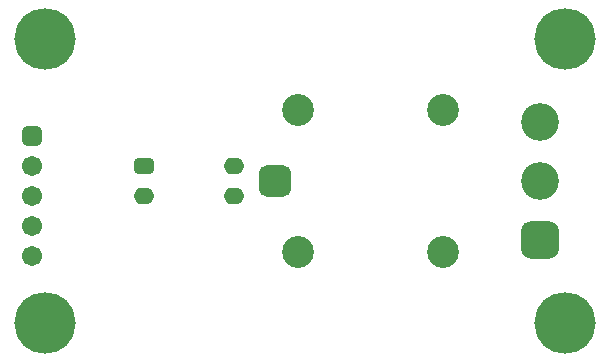
<source format=gbs>
G04*
G04 #@! TF.GenerationSoftware,Altium Limited,Altium Designer,21.2.1 (34)*
G04*
G04 Layer_Color=16711935*
%FSTAX24Y24*%
%MOIN*%
G70*
G04*
G04 #@! TF.SameCoordinates,890909AC-F37D-4DBD-918D-0C65A5470773*
G04*
G04*
G04 #@! TF.FilePolarity,Negative*
G04*
G01*
G75*
%ADD32C,0.1064*%
G04:AMPARAMS|DCode=33|XSize=106.4mil|YSize=106.4mil|CornerRadius=28.6mil|HoleSize=0mil|Usage=FLASHONLY|Rotation=0.000|XOffset=0mil|YOffset=0mil|HoleType=Round|Shape=RoundedRectangle|*
%AMROUNDEDRECTD33*
21,1,0.1064,0.0492,0,0,0.0*
21,1,0.0492,0.1064,0,0,0.0*
1,1,0.0572,0.0246,-0.0246*
1,1,0.0572,-0.0246,-0.0246*
1,1,0.0572,-0.0246,0.0246*
1,1,0.0572,0.0246,0.0246*
%
%ADD33ROUNDEDRECTD33*%
G04:AMPARAMS|DCode=34|XSize=126.1mil|YSize=126.1mil|CornerRadius=33.5mil|HoleSize=0mil|Usage=FLASHONLY|Rotation=270.000|XOffset=0mil|YOffset=0mil|HoleType=Round|Shape=RoundedRectangle|*
%AMROUNDEDRECTD34*
21,1,0.1261,0.0591,0,0,270.0*
21,1,0.0591,0.1261,0,0,270.0*
1,1,0.0671,-0.0295,-0.0295*
1,1,0.0671,-0.0295,0.0295*
1,1,0.0671,0.0295,0.0295*
1,1,0.0671,0.0295,-0.0295*
%
%ADD34ROUNDEDRECTD34*%
%ADD35C,0.1261*%
G04:AMPARAMS|DCode=36|XSize=67.1mil|YSize=55.2mil|CornerRadius=15.8mil|HoleSize=0mil|Usage=FLASHONLY|Rotation=0.000|XOffset=0mil|YOffset=0mil|HoleType=Round|Shape=RoundedRectangle|*
%AMROUNDEDRECTD36*
21,1,0.0671,0.0236,0,0,0.0*
21,1,0.0354,0.0552,0,0,0.0*
1,1,0.0316,0.0177,-0.0118*
1,1,0.0316,-0.0177,-0.0118*
1,1,0.0316,-0.0177,0.0118*
1,1,0.0316,0.0177,0.0118*
%
%ADD36ROUNDEDRECTD36*%
%ADD37O,0.0671X0.0552*%
G04:AMPARAMS|DCode=38|XSize=67.1mil|YSize=67.1mil|CornerRadius=18.8mil|HoleSize=0mil|Usage=FLASHONLY|Rotation=270.000|XOffset=0mil|YOffset=0mil|HoleType=Round|Shape=RoundedRectangle|*
%AMROUNDEDRECTD38*
21,1,0.0671,0.0295,0,0,270.0*
21,1,0.0295,0.0671,0,0,270.0*
1,1,0.0375,-0.0148,-0.0148*
1,1,0.0375,-0.0148,0.0148*
1,1,0.0375,0.0148,0.0148*
1,1,0.0375,0.0148,-0.0148*
%
%ADD38ROUNDEDRECTD38*%
%ADD39C,0.0671*%
%ADD40C,0.2049*%
D32*
X020447Y015354D02*
D03*
X02525Y020079D02*
D03*
Y015354D02*
D03*
X020447Y020079D02*
D03*
D33*
X01966Y017717D02*
D03*
D34*
X028509Y015748D02*
D03*
D35*
Y017716D02*
D03*
Y019685D02*
D03*
D36*
X015314Y018217D02*
D03*
D37*
Y017217D02*
D03*
X018314D02*
D03*
Y018217D02*
D03*
D38*
X011564Y019217D02*
D03*
D39*
Y018217D02*
D03*
Y017217D02*
D03*
Y016217D02*
D03*
Y015217D02*
D03*
D40*
X012008Y022441D02*
D03*
X029331Y012992D02*
D03*
Y022441D02*
D03*
X012008Y012992D02*
D03*
M02*

</source>
